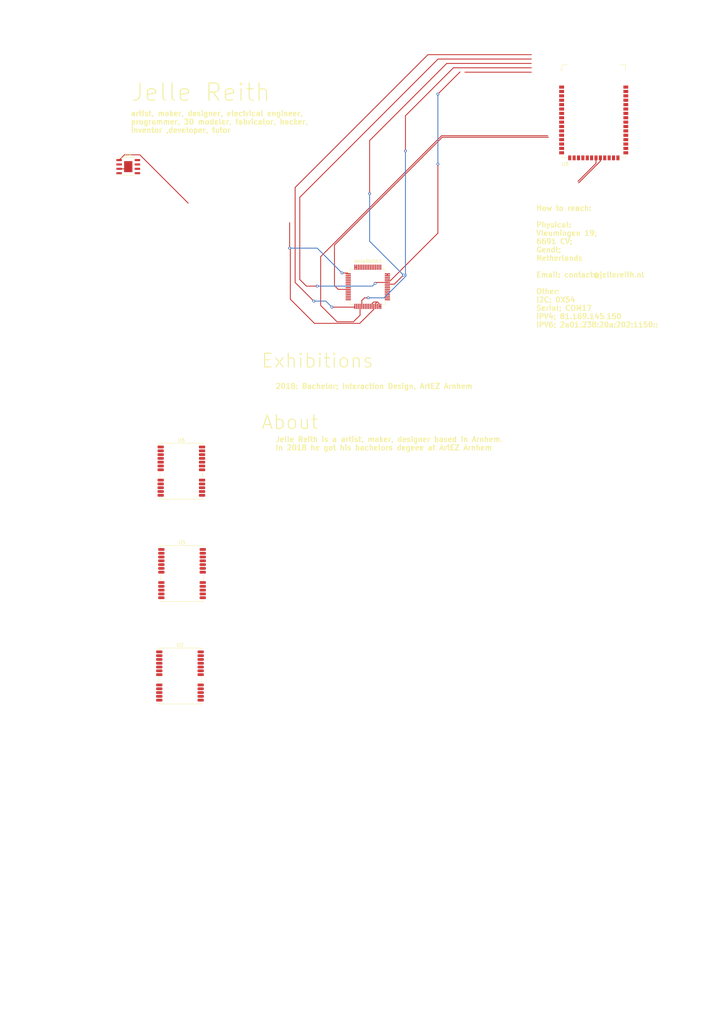
<source format=kicad_pcb>
(kicad_pcb (version 20221018) (generator pcbnew)
  (title_block (title "Curriculum Vitae") (date "2024-04-03") (rev "1.1") (company "Jelle Reith"))
  (layers (0 "F.Cu" signal) (31 "B.Cu" signal) (34 "B.Paste" user) (35 "F.Paste" user) (36 "B.SilkS" user "B.Silkscreen") (37 "F.SilkS" user "F.Silkscreen") (38 "B.Mask" user) (39 "F.Mask" user) (44 "Edge.Cuts" user))
  (net 0 "")
  (net 71 "VCC")
  (net 72 "Net-(JelleReith1-PC0)")
  (net 73 "Net-(JelleReith1-PC1)")
  (net 74 "Net-(JelleReith1-PC2)")
  (net 75 "Net-(JelleReith1-PA0)")
  (net 76 "Net-(JelleReith1-PA1)")
  (net 77 "Net-(JelleReith1-PA2)")
  (net 78 "GND")
  (net 79 "Net-(JelleReith1-PA3)")
  (net 80 "Net-(JelleReith1-PA4)")
  (net 81 "Net-(JelleReith1-PA5)")
  (net 82 "Net-(JelleReith1-PA6)")
  (net 83 "Net-(JelleReith1-PA7)")
  (net 84 "Net-(JelleReith1-PC4)")
  (net 85 "Net-(JelleReith1-PB0)")
  (net 86 "Net-(JelleReith1-PB1)")
  (net 87 "Net-(JelleReith1-PA8)")
  (net 88 "Net-(JelleReith1-PA9)")
  (net 89 "Net-(JelleReith1-PA10)")
  (net 90 "Net-(JelleReith1-PA12)")
  (net 91 "Net-(JelleReith1-PA13)")
  (net 92 "Net-(JelleReith1-PA14)")
  (net 93 "Net-(JelleReith1-PA15)")
  (net 94 "Net-(U2-TIMEPULSE)")
  (net 95 "Net-(U2-RF_IN)")
  (net 96 "Net-(U2-LNA_EN)")
  (net 97 "EN")
  (net 98 "VIN")
  (net 105 "Net-(U5-GND-Pad10)")
  (net 119 "Net-(U6-GND-Pad10)")
  (footprint "Package_QFP:LQFP-64_10x10mm_P0.5mm" (layer "F.Cu") (at 106.68 83.16)
    (fp_text reference "JelleReith1" (at 0 -7.4) (layer "F.SilkS"))
    (fp_text value "STM32G491RETx")
    (fp_line (start -5.11 -5.11) (end -5.11 -4.16) (stroke (width 0.12)) (layer "F.SilkS"))
    (fp_line (start -5.11 -4.16) (end -6.45 -4.16) (stroke (width 0.12)) (layer "F.SilkS"))
    (fp_line (start -5.11 5.11) (end -5.11 4.16) (stroke (width 0.12)) (layer "F.SilkS"))
    (fp_line (start -4.16 -5.11) (end -5.11 -5.11) (stroke (width 0.12)) (layer "F.SilkS"))
    (fp_line (start -4.16 5.11) (end -5.11 5.11) (stroke (width 0.12)) (layer "F.SilkS"))
    (fp_line (start 4.16 -5.11) (end 5.11 -5.11) (stroke (width 0.12)) (layer "F.SilkS"))
    (fp_line (start 4.16 5.11) (end 5.11 5.11) (stroke (width 0.12)) (layer "F.SilkS"))
    (fp_line (start 5.11 -5.11) (end 5.11 -4.16) (stroke (width 0.12)) (layer "F.SilkS"))
    (fp_line (start 5.11 5.11) (end 5.11 4.16) (stroke (width 0.12)) (layer "F.SilkS"))
    (pad "1" smd roundrect (at -5.675 -3.75) (size 1.55 0.3) (layers "F.Cu" "F.Paste" "F.Mask") (net 71 "VCC"))
    (pad "2" smd roundrect (at -5.675 -3.25) (size 1.55 0.3) (layers "F.Cu" "F.Paste" "F.Mask"))
    (pad "3" smd roundrect (at -5.675 -2.75) (size 1.55 0.3) (layers "F.Cu" "F.Paste" "F.Mask"))
    (pad "4" smd roundrect (at -5.675 -2.25) (size 1.55 0.3) (layers "F.Cu" "F.Paste" "F.Mask"))
    (pad "5" smd roundrect (at -5.675 -1.75) (size 1.55 0.3) (layers "F.Cu" "F.Paste" "F.Mask"))
    (pad "6" smd roundrect (at -5.675 -1.25) (size 1.55 0.3) (layers "F.Cu" "F.Paste" "F.Mask"))
    (pad "7" smd roundrect (at -5.675 -0.75) (size 1.55 0.3) (layers "F.Cu" "F.Paste" "F.Mask"))
    (pad "8" smd roundrect (at -5.675 -0.25) (size 1.55 0.3) (layers "F.Cu" "F.Paste" "F.Mask") (net 72 "Net-(JelleReith1-PC0)"))
    (pad "9" smd roundrect (at -5.675 0.25) (size 1.55 0.3) (layers "F.Cu" "F.Paste" "F.Mask") (net 73 "Net-(JelleReith1-PC1)"))
    (pad "10" smd roundrect (at -5.675 0.75) (size 1.55 0.3) (layers "F.Cu" "F.Paste" "F.Mask") (net 74 "Net-(JelleReith1-PC2)"))
    (pad "11" smd roundrect (at -5.675 1.25) (size 1.55 0.3) (layers "F.Cu" "F.Paste" "F.Mask"))
    (pad "12" smd roundrect (at -5.675 1.75) (size 1.55 0.3) (layers "F.Cu" "F.Paste" "F.Mask") (net 75 "Net-(JelleReith1-PA0)"))
    (pad "13" smd roundrect (at -5.675 2.25) (size 1.55 0.3) (layers "F.Cu" "F.Paste" "F.Mask") (net 76 "Net-(JelleReith1-PA1)"))
    (pad "14" smd roundrect (at -5.675 2.75) (size 1.55 0.3) (layers "F.Cu" "F.Paste" "F.Mask") (net 77 "Net-(JelleReith1-PA2)"))
    (pad "15" smd roundrect (at -5.675 3.25) (size 1.55 0.3) (layers "F.Cu" "F.Paste" "F.Mask") (net 78 "GND"))
    (pad "16" smd roundrect (at -5.675 3.75) (size 1.55 0.3) (layers "F.Cu" "F.Paste" "F.Mask") (net 78 "GND"))
    (pad "17" smd roundrect (at -3.75 5.675) (size 0.3 1.55) (layers "F.Cu" "F.Paste" "F.Mask") (net 79 "Net-(JelleReith1-PA3)"))
    (pad "18" smd roundrect (at -3.25 5.675) (size 0.3 1.55) (layers "F.Cu" "F.Paste" "F.Mask") (net 80 "Net-(JelleReith1-PA4)"))
    (pad "19" smd roundrect (at -2.75 5.675) (size 0.3 1.55) (layers "F.Cu" "F.Paste" "F.Mask") (net 81 "Net-(JelleReith1-PA5)"))
    (pad "20" smd roundrect (at -2.25 5.675) (size 0.3 1.55) (layers "F.Cu" "F.Paste" "F.Mask") (net 82 "Net-(JelleReith1-PA6)"))
    (pad "21" smd roundrect (at -1.75 5.675) (size 0.3 1.55) (layers "F.Cu" "F.Paste" "F.Mask") (net 83 "Net-(JelleReith1-PA7)"))
    (pad "22" smd roundrect (at -1.25 5.675) (size 0.3 1.55) (layers "F.Cu" "F.Paste" "F.Mask") (net 84 "Net-(JelleReith1-PC4)"))
    (pad "23" smd roundrect (at -0.75 5.675) (size 0.3 1.55) (layers "F.Cu" "F.Paste" "F.Mask"))
    (pad "24" smd roundrect (at -0.25 5.675) (size 0.3 1.55) (layers "F.Cu" "F.Paste" "F.Mask") (net 85 "Net-(JelleReith1-PB0)"))
    (pad "25" smd roundrect (at 0.25 5.675) (size 0.3 1.55) (layers "F.Cu" "F.Paste" "F.Mask") (net 86 "Net-(JelleReith1-PB1)"))
    (pad "26" smd roundrect (at 0.75 5.675) (size 0.3 1.55) (layers "F.Cu" "F.Paste" "F.Mask"))
    (pad "27" smd roundrect (at 1.25 5.675) (size 0.3 1.55) (layers "F.Cu" "F.Paste" "F.Mask") (net 78 "GND"))
    (pad "28" smd roundrect (at 1.75 5.675) (size 0.3 1.55) (layers "F.Cu" "F.Paste" "F.Mask") (net 71 "VCC"))
    (pad "29" smd roundrect (at 2.25 5.675) (size 0.3 1.55) (layers "F.Cu" "F.Paste" "F.Mask") (net 78 "GND"))
    (pad "30" smd roundrect (at 2.75 5.675) (size 0.3 1.55) (layers "F.Cu" "F.Paste" "F.Mask"))
    (pad "31" smd roundrect (at 3.25 5.675) (size 0.3 1.55) (layers "F.Cu" "F.Paste" "F.Mask") (net 78 "GND"))
    (pad "32" smd roundrect (at 3.75 5.675) (size 0.3 1.55) (layers "F.Cu" "F.Paste" "F.Mask") (net 78 "GND"))
    (pad "33" smd roundrect (at 5.675 3.75) (size 1.55 0.3) (layers "F.Cu" "F.Paste" "F.Mask"))
    (pad "34" smd roundrect (at 5.675 3.25) (size 1.55 0.3) (layers "F.Cu" "F.Paste" "F.Mask"))
    (pad "35" smd roundrect (at 5.675 2.75) (size 1.55 0.3) (layers "F.Cu" "F.Paste" "F.Mask"))
    (pad "36" smd roundrect (at 5.675 2.25) (size 1.55 0.3) (layers "F.Cu" "F.Paste" "F.Mask"))
    (pad "37" smd roundrect (at 5.675 1.75) (size 1.55 0.3) (layers "F.Cu" "F.Paste" "F.Mask"))
    (pad "38" smd roundrect (at 5.675 1.25) (size 1.55 0.3) (layers "F.Cu" "F.Paste" "F.Mask"))
    (pad "39" smd roundrect (at 5.675 0.75) (size 1.55 0.3) (layers "F.Cu" "F.Paste" "F.Mask"))
    (pad "40" smd roundrect (at 5.675 0.25) (size 1.55 0.3) (layers "F.Cu" "F.Paste" "F.Mask"))
    (pad "41" smd roundrect (at 5.675 -0.25) (size 1.55 0.3) (layers "F.Cu" "F.Paste" "F.Mask"))
    (pad "42" smd roundrect (at 5.675 -0.75) (size 1.55 0.3) (layers "F.Cu" "F.Paste" "F.Mask") (net 87 "Net-(JelleReith1-PA8)"))
    (pad "43" smd roundrect (at 5.675 -1.25) (size 1.55 0.3) (layers "F.Cu" "F.Paste" "F.Mask") (net 88 "Net-(JelleReith1-PA9)"))
    (pad "44" smd roundrect (at 5.675 -1.75) (size 1.55 0.3) (layers "F.Cu" "F.Paste" "F.Mask") (net 89 "Net-(JelleReith1-PA10)"))
    (pad "45" smd roundrect (at 5.675 -2.25) (size 1.55 0.3) (layers "F.Cu" "F.Paste" "F.Mask"))
    (pad "46" smd roundrect (at 5.675 -2.75) (size 1.55 0.3) (layers "F.Cu" "F.Paste" "F.Mask") (net 90 "Net-(JelleReith1-PA12)"))
    (pad "47" smd roundrect (at 5.675 -3.25) (size 1.55 0.3) (layers "F.Cu" "F.Paste" "F.Mask") (net 78 "GND"))
    (pad "48" smd roundrect (at 5.675 -3.75) (size 1.55 0.3) (layers "F.Cu" "F.Paste" "F.Mask") (net 78 "GND"))
    (pad "49" smd roundrect (at 3.75 -5.675) (size 0.3 1.55) (layers "F.Cu" "F.Paste" "F.Mask") (net 91 "Net-(JelleReith1-PA13)"))
    (pad "50" smd roundrect (at 3.25 -5.675) (size 0.3 1.55) (layers "F.Cu" "F.Paste" "F.Mask") (net 92 "Net-(JelleReith1-PA14)"))
    (pad "51" smd roundrect (at 2.75 -5.675) (size 0.3 1.55) (layers "F.Cu" "F.Paste" "F.Mask") (net 93 "Net-(JelleReith1-PA15)"))
    (pad "52" smd roundrect (at 2.25 -5.675) (size 0.3 1.55) (layers "F.Cu" "F.Paste" "F.Mask"))
    (pad "53" smd roundrect (at 1.75 -5.675) (size 0.3 1.55) (layers "F.Cu" "F.Paste" "F.Mask"))
    (pad "54" smd roundrect (at 1.25 -5.675) (size 0.3 1.55) (layers "F.Cu" "F.Paste" "F.Mask"))
    (pad "55" smd roundrect (at 0.75 -5.675) (size 0.3 1.55) (layers "F.Cu" "F.Paste" "F.Mask"))
    (pad "56" smd roundrect (at 0.25 -5.675) (size 0.3 1.55) (layers "F.Cu" "F.Paste" "F.Mask"))
    (pad "57" smd roundrect (at -0.25 -5.675) (size 0.3 1.55) (layers "F.Cu" "F.Paste" "F.Mask"))
    (pad "58" smd roundrect (at -0.75 -5.675) (size 0.3 1.55) (layers "F.Cu" "F.Paste" "F.Mask"))
    (pad "59" smd roundrect (at -1.25 -5.675) (size 0.3 1.55) (layers "F.Cu" "F.Paste" "F.Mask"))
    (pad "60" smd roundrect (at -1.75 -5.675) (size 0.3 1.55) (layers "F.Cu" "F.Paste" "F.Mask"))
    (pad "61" smd roundrect (at -2.25 -5.675) (size 0.3 1.55) (layers "F.Cu" "F.Paste" "F.Mask"))
    (pad "62" smd roundrect (at -2.75 -5.675) (size 0.3 1.55) (layers "F.Cu" "F.Paste" "F.Mask"))
    (pad "63" smd roundrect (at -3.25 -5.675) (size 0.3 1.55) (layers "F.Cu" "F.Paste" "F.Mask") (net 78 "GND"))
    (pad "64" smd roundrect (at -3.75 -5.675) (size 0.3 1.55) (layers "F.Cu" "F.Paste" "F.Mask") (net 78 "GND"))
  )
  (footprint "RF_GPS:ublox_NEO" (layer "F.Cu") (at 52.8 166.32)
    (fp_text reference "U5" (at 0 -9) (layer "F.SilkS"))
    (fp_text value "NEO-M8N")
    (fp_line (start -6.9 -7.66) (end -6.21 -7.66) (stroke (width 0.12)) (layer "F.SilkS"))
    (fp_line (start -6.21 -8.11) (end -6.21 -7.66) (stroke (width 0.12)) (layer "F.SilkS"))
    (fp_line (start -6.21 -8.11) (end 6.21 -8.11) (stroke (width 0.12)) (layer "F.SilkS"))
    (fp_line (start -6.21 0.26) (end -6.21 1.94) (stroke (width 0.12)) (layer "F.SilkS"))
    (fp_line (start -6.21 7.66) (end -6.21 8.11) (stroke (width 0.12)) (layer "F.SilkS"))
    (fp_line (start -6.21 8.11) (end 6.21 8.11) (stroke (width 0.12)) (layer "F.SilkS"))
    (fp_line (start 6.21 -8.11) (end 6.21 -7.66) (stroke (width 0.12)) (layer "F.SilkS"))
    (fp_line (start 6.21 0.26) (end 6.21 1.94) (stroke (width 0.12)) (layer "F.SilkS"))
    (fp_line (start 6.21 7.66) (end 6.21 8.1) (stroke (width 0.12)) (layer "F.SilkS"))
    (pad "1" smd roundrect (at -6 -7) (size 1.8 0.8) (layers "F.Cu" "F.Paste" "F.Mask"))
    (pad "2" smd roundrect (at -6 -5.9) (size 1.8 0.8) (layers "F.Cu" "F.Paste" "F.Mask"))
    (pad "3" smd roundrect (at -6 -4.8) (size 1.8 0.8) (layers "F.Cu" "F.Paste" "F.Mask") (net 94 "Net-(U2-TIMEPULSE)"))
    (pad "4" smd roundrect (at -6 -3.7) (size 1.8 0.8) (layers "F.Cu" "F.Paste" "F.Mask"))
    (pad "5" smd roundrect (at -6 -2.6) (size 1.8 0.8) (layers "F.Cu" "F.Paste" "F.Mask") (net 75 "Net-(JelleReith1-PA0)"))
    (pad "6" smd roundrect (at -6 -1.5) (size 1.8 0.8) (layers "F.Cu" "F.Paste" "F.Mask") (net 76 "Net-(JelleReith1-PA1)"))
    (pad "7" smd roundrect (at -6 -0.4) (size 1.8 0.8) (layers "F.Cu" "F.Paste" "F.Mask"))
    (pad "8" smd roundrect (at -6 2.6) (size 1.8 0.8) (layers "F.Cu" "F.Paste" "F.Mask"))
    (pad "9" smd roundrect (at -6 3.7) (size 1.8 0.8) (layers "F.Cu" "F.Paste" "F.Mask"))
    (pad "10" smd roundrect (at -6 4.8) (size 1.8 0.8) (layers "F.Cu" "F.Paste" "F.Mask") (net 105 "Net-(U5-GND-Pad10)"))
    (pad "11" smd roundrect (at -6 5.9) (size 1.8 0.8) (layers "F.Cu" "F.Paste" "F.Mask") (net 95 "Net-(U2-RF_IN)"))
    (pad "12" smd roundrect (at -6 7) (size 1.8 0.8) (layers "F.Cu" "F.Paste" "F.Mask") (net 105 "Net-(U5-GND-Pad10)"))
    (pad "13" smd roundrect (at 6 7) (size 1.8 0.8) (layers "F.Cu" "F.Paste" "F.Mask") (net 105 "Net-(U5-GND-Pad10)"))
    (pad "14" smd roundrect (at 6 5.9) (size 1.8 0.8) (layers "F.Cu" "F.Paste" "F.Mask") (net 96 "Net-(U2-LNA_EN)"))
    (pad "15" smd roundrect (at 6 4.8) (size 1.8 0.8) (layers "F.Cu" "F.Paste" "F.Mask"))
    (pad "16" smd roundrect (at 6 3.7) (size 1.8 0.8) (layers "F.Cu" "F.Paste" "F.Mask"))
    (pad "17" smd roundrect (at 6 2.6) (size 1.8 0.8) (layers "F.Cu" "F.Paste" "F.Mask"))
    (pad "18" smd roundrect (at 6 -0.4) (size 1.8 0.8) (layers "F.Cu" "F.Paste" "F.Mask") (net 79 "Net-(JelleReith1-PA3)"))
    (pad "19" smd roundrect (at 6 -1.5) (size 1.8 0.8) (layers "F.Cu" "F.Paste" "F.Mask"))
    (pad "20" smd roundrect (at 6 -2.6) (size 1.8 0.8) (layers "F.Cu" "F.Paste" "F.Mask") (net 77 "Net-(JelleReith1-PA2)"))
    (pad "21" smd roundrect (at 6 -3.7) (size 1.8 0.8) (layers "F.Cu" "F.Paste" "F.Mask"))
    (pad "22" smd roundrect (at 6 -4.8) (size 1.8 0.8) (layers "F.Cu" "F.Paste" "F.Mask"))
    (pad "23" smd roundrect (at 6 -5.9) (size 1.8 0.8) (layers "F.Cu" "F.Paste" "F.Mask"))
    (pad "24" smd roundrect (at 6 -7) (size 1.8 0.8) (layers "F.Cu" "F.Paste" "F.Mask") (net 105 "Net-(U5-GND-Pad10)"))
  )
  (footprint "RF_GPS:ublox_NEO" (layer "F.Cu") (at 52.2 196.02)
    (fp_text reference "U2" (at 0 -9) (layer "F.SilkS"))
    (fp_text value "NEO-M8N")
    (fp_line (start -6.9 -7.66) (end -6.21 -7.66) (stroke (width 0.12)) (layer "F.SilkS"))
    (fp_line (start -6.21 -8.11) (end -6.21 -7.66) (stroke (width 0.12)) (layer "F.SilkS"))
    (fp_line (start -6.21 -8.11) (end 6.21 -8.11) (stroke (width 0.12)) (layer "F.SilkS"))
    (fp_line (start -6.21 0.26) (end -6.21 1.94) (stroke (width 0.12)) (layer "F.SilkS"))
    (fp_line (start -6.21 7.66) (end -6.21 8.11) (stroke (width 0.12)) (layer "F.SilkS"))
    (fp_line (start -6.21 8.11) (end 6.21 8.11) (stroke (width 0.12)) (layer "F.SilkS"))
    (fp_line (start 6.21 -8.11) (end 6.21 -7.66) (stroke (width 0.12)) (layer "F.SilkS"))
    (fp_line (start 6.21 0.26) (end 6.21 1.94) (stroke (width 0.12)) (layer "F.SilkS"))
    (fp_line (start 6.21 7.66) (end 6.21 8.1) (stroke (width 0.12)) (layer "F.SilkS"))
    (pad "1" smd roundrect (at -6 -7) (size 1.8 0.8) (layers "F.Cu" "F.Paste" "F.Mask"))
    (pad "2" smd roundrect (at -6 -5.9) (size 1.8 0.8) (layers "F.Cu" "F.Paste" "F.Mask"))
    (pad "3" smd roundrect (at -6 -4.8) (size 1.8 0.8) (layers "F.Cu" "F.Paste" "F.Mask") (net 94 "Net-(U2-TIMEPULSE)"))
    (pad "4" smd roundrect (at -6 -3.7) (size 1.8 0.8) (layers "F.Cu" "F.Paste" "F.Mask"))
    (pad "5" smd roundrect (at -6 -2.6) (size 1.8 0.8) (layers "F.Cu" "F.Paste" "F.Mask") (net 75 "Net-(JelleReith1-PA0)"))
    (pad "6" smd roundrect (at -6 -1.5) (size 1.8 0.8) (layers "F.Cu" "F.Paste" "F.Mask") (net 76 "Net-(JelleReith1-PA1)"))
    (pad "7" smd roundrect (at -6 -0.4) (size 1.8 0.8) (layers "F.Cu" "F.Paste" "F.Mask"))
    (pad "8" smd roundrect (at -6 2.6) (size 1.8 0.8) (layers "F.Cu" "F.Paste" "F.Mask"))
    (pad "9" smd roundrect (at -6 3.7) (size 1.8 0.8) (layers "F.Cu" "F.Paste" "F.Mask"))
    (pad "10" smd roundrect (at -6 4.8) (size 1.8 0.8) (layers "F.Cu" "F.Paste" "F.Mask") (net 78 "GND"))
    (pad "11" smd roundrect (at -6 5.9) (size 1.8 0.8) (layers "F.Cu" "F.Paste" "F.Mask") (net 95 "Net-(U2-RF_IN)"))
    (pad "12" smd roundrect (at -6 7) (size 1.8 0.8) (layers "F.Cu" "F.Paste" "F.Mask") (net 78 "GND"))
    (pad "13" smd roundrect (at 6 7) (size 1.8 0.8) (layers "F.Cu" "F.Paste" "F.Mask") (net 78 "GND"))
    (pad "14" smd roundrect (at 6 5.9) (size 1.8 0.8) (layers "F.Cu" "F.Paste" "F.Mask") (net 96 "Net-(U2-LNA_EN)"))
    (pad "15" smd roundrect (at 6 4.8) (size 1.8 0.8) (layers "F.Cu" "F.Paste" "F.Mask"))
    (pad "16" smd roundrect (at 6 3.7) (size 1.8 0.8) (layers "F.Cu" "F.Paste" "F.Mask"))
    (pad "17" smd roundrect (at 6 2.6) (size 1.8 0.8) (layers "F.Cu" "F.Paste" "F.Mask"))
    (pad "18" smd roundrect (at 6 -0.4) (size 1.8 0.8) (layers "F.Cu" "F.Paste" "F.Mask"))
    (pad "19" smd roundrect (at 6 -1.5) (size 1.8 0.8) (layers "F.Cu" "F.Paste" "F.Mask"))
    (pad "20" smd roundrect (at 6 -2.6) (size 1.8 0.8) (layers "F.Cu" "F.Paste" "F.Mask") (net 77 "Net-(JelleReith1-PA2)"))
    (pad "21" smd roundrect (at 6 -3.7) (size 1.8 0.8) (layers "F.Cu" "F.Paste" "F.Mask"))
    (pad "22" smd roundrect (at 6 -4.8) (size 1.8 0.8) (layers "F.Cu" "F.Paste" "F.Mask"))
    (pad "23" smd roundrect (at 6 -5.9) (size 1.8 0.8) (layers "F.Cu" "F.Paste" "F.Mask"))
    (pad "24" smd roundrect (at 6 -7) (size 1.8 0.8) (layers "F.Cu" "F.Paste" "F.Mask") (net 78 "GND"))
  )
  (footprint "RF_GPS:ublox_NEO" (layer "F.Cu") (at 52.6 136.62)
    (fp_text reference "U6" (at 0 -9) (layer "F.SilkS"))
    (fp_text value "NEO-M8N")
    (fp_line (start -6.9 -7.66) (end -6.21 -7.66) (stroke (width 0.12)) (layer "F.SilkS"))
    (fp_line (start -6.21 -8.11) (end -6.21 -7.66) (stroke (width 0.12)) (layer "F.SilkS"))
    (fp_line (start -6.21 -8.11) (end 6.21 -8.11) (stroke (width 0.12)) (layer "F.SilkS"))
    (fp_line (start -6.21 0.26) (end -6.21 1.94) (stroke (width 0.12)) (layer "F.SilkS"))
    (fp_line (start -6.21 7.66) (end -6.21 8.11) (stroke (width 0.12)) (layer "F.SilkS"))
    (fp_line (start -6.21 8.11) (end 6.21 8.11) (stroke (width 0.12)) (layer "F.SilkS"))
    (fp_line (start 6.21 -8.11) (end 6.21 -7.66) (stroke (width 0.12)) (layer "F.SilkS"))
    (fp_line (start 6.21 0.26) (end 6.21 1.94) (stroke (width 0.12)) (layer "F.SilkS"))
    (fp_line (start 6.21 7.66) (end 6.21 8.1) (stroke (width 0.12)) (layer "F.SilkS"))
    (pad "1" smd roundrect (at -6 -7) (size 1.8 0.8) (layers "F.Cu" "F.Paste" "F.Mask"))
    (pad "2" smd roundrect (at -6 -5.9) (size 1.8 0.8) (layers "F.Cu" "F.Paste" "F.Mask"))
    (pad "3" smd roundrect (at -6 -4.8) (size 1.8 0.8) (layers "F.Cu" "F.Paste" "F.Mask") (net 94 "Net-(U2-TIMEPULSE)"))
    (pad "4" smd roundrect (at -6 -3.7) (size 1.8 0.8) (layers "F.Cu" "F.Paste" "F.Mask"))
    (pad "5" smd roundrect (at -6 -2.6) (size 1.8 0.8) (layers "F.Cu" "F.Paste" "F.Mask") (net 75 "Net-(JelleReith1-PA0)"))
    (pad "6" smd roundrect (at -6 -1.5) (size 1.8 0.8) (layers "F.Cu" "F.Paste" "F.Mask") (net 76 "Net-(JelleReith1-PA1)"))
    (pad "7" smd roundrect (at -6 -0.4) (size 1.8 0.8) (layers "F.Cu" "F.Paste" "F.Mask"))
    (pad "8" smd roundrect (at -6 2.6) (size 1.8 0.8) (layers "F.Cu" "F.Paste" "F.Mask"))
    (pad "9" smd roundrect (at -6 3.7) (size 1.8 0.8) (layers "F.Cu" "F.Paste" "F.Mask"))
    (pad "10" smd roundrect (at -6 4.8) (size 1.8 0.8) (layers "F.Cu" "F.Paste" "F.Mask") (net 119 "Net-(U6-GND-Pad10)"))
    (pad "11" smd roundrect (at -6 5.9) (size 1.8 0.8) (layers "F.Cu" "F.Paste" "F.Mask") (net 95 "Net-(U2-RF_IN)"))
    (pad "12" smd roundrect (at -6 7) (size 1.8 0.8) (layers "F.Cu" "F.Paste" "F.Mask") (net 119 "Net-(U6-GND-Pad10)"))
    (pad "13" smd roundrect (at 6 7) (size 1.8 0.8) (layers "F.Cu" "F.Paste" "F.Mask") (net 119 "Net-(U6-GND-Pad10)"))
    (pad "14" smd roundrect (at 6 5.9) (size 1.8 0.8) (layers "F.Cu" "F.Paste" "F.Mask") (net 96 "Net-(U2-LNA_EN)"))
    (pad "15" smd roundrect (at 6 4.8) (size 1.8 0.8) (layers "F.Cu" "F.Paste" "F.Mask"))
    (pad "16" smd roundrect (at 6 3.7) (size 1.8 0.8) (layers "F.Cu" "F.Paste" "F.Mask"))
    (pad "17" smd roundrect (at 6 2.6) (size 1.8 0.8) (layers "F.Cu" "F.Paste" "F.Mask"))
    (pad "18" smd roundrect (at 6 -0.4) (size 1.8 0.8) (layers "F.Cu" "F.Paste" "F.Mask"))
    (pad "19" smd roundrect (at 6 -1.5) (size 1.8 0.8) (layers "F.Cu" "F.Paste" "F.Mask"))
    (pad "20" smd roundrect (at 6 -2.6) (size 1.8 0.8) (layers "F.Cu" "F.Paste" "F.Mask") (net 77 "Net-(JelleReith1-PA2)"))
    (pad "21" smd roundrect (at 6 -3.7) (size 1.8 0.8) (layers "F.Cu" "F.Paste" "F.Mask") (net 79 "Net-(JelleReith1-PA3)"))
    (pad "22" smd roundrect (at 6 -4.8) (size 1.8 0.8) (layers "F.Cu" "F.Paste" "F.Mask"))
    (pad "23" smd roundrect (at 6 -5.9) (size 1.8 0.8) (layers "F.Cu" "F.Paste" "F.Mask"))
    (pad "24" smd roundrect (at 6 -7) (size 1.8 0.8) (layers "F.Cu" "F.Paste" "F.Mask") (net 119 "Net-(U6-GND-Pad10)"))
  )
  (footprint "Package_SO:HTSOP-8-1EP_3.9x4.9mm_P1.27mm_EP2.4x3.2mm" (layer "F.Cu") (at 37.2 48.32)
    (fp_text reference "U4" (at 0 -3.4) (layer "F.SilkS"))
    (fp_text value "BD90FC0WEFJ")
    (fp_line (start 0 -2.56) (end -3.45 -2.56) (stroke (width 0.12)) (layer "F.SilkS"))
    (fp_line (start 0 -2.56) (end 1.95 -2.56) (stroke (width 0.12)) (layer "F.SilkS"))
    (fp_line (start 0 2.56) (end -1.95 2.56) (stroke (width 0.12)) (layer "F.SilkS"))
    (fp_line (start 0 2.56) (end 1.95 2.56) (stroke (width 0.12)) (layer "F.SilkS"))
    (pad "1" smd roundrect (at -2.65 -1.905) (size 1.6 0.6) (layers "F.Cu" "F.Paste" "F.Mask") (net 71 "VCC"))
    (pad "2" smd roundrect (at -2.65 -0.635) (size 1.6 0.6) (layers "F.Cu" "F.Paste" "F.Mask"))
    (pad "3" smd roundrect (at -2.65 0.635) (size 1.6 0.6) (layers "F.Cu" "F.Paste" "F.Mask") (net 78 "GND"))
    (pad "4" smd roundrect (at -2.65 1.905) (size 1.6 0.6) (layers "F.Cu" "F.Paste" "F.Mask"))
    (pad "5" smd roundrect (at 2.65 1.905) (size 1.6 0.6) (layers "F.Cu" "F.Paste" "F.Mask") (net 97 "EN"))
    (pad "6" smd roundrect (at 2.65 0.635) (size 1.6 0.6) (layers "F.Cu" "F.Paste" "F.Mask"))
    (pad "7" smd roundrect (at 2.65 -0.635) (size 1.6 0.6) (layers "F.Cu" "F.Paste" "F.Mask"))
    (pad "8" smd roundrect (at 2.65 -1.905) (size 1.6 0.6) (layers "F.Cu" "F.Paste" "F.Mask") (net 98 "VIN"))
    (pad "9" smd rect (at 0 0) (size 2.4 3.2) (layers "F.Cu" "F.Mask") (net 78 "GND"))
  )
  (footprint "RF_WiFi:USR-C322" (layer "F.Cu") (at 172.2 35.64)
    (fp_text reference "U3" (at -8.34 11.955) (layer "F.SilkS"))
    (fp_text value "USR-C322")
    (fp_line (start -9.23 -16.84) (end -9.23 -15.235) (stroke (width 0.12)) (layer "F.SilkS"))
    (fp_line (start -9.23 -15.235) (end -9.92 -15.235) (stroke (width 0.12)) (layer "F.SilkS"))
    (fp_line (start -9.23 9.555) (end -9.23 10.05) (stroke (width 0.12)) (layer "F.SilkS"))
    (fp_line (start -9.23 10.05) (end -7.63 10.05) (stroke (width 0.12)) (layer "F.SilkS"))
    (fp_line (start -7.63 -16.84) (end -9.23 -16.84) (stroke (width 0.12)) (layer "F.SilkS"))
    (fp_line (start 7.63 10.05) (end 9.23 10.05) (stroke (width 0.12)) (layer "F.SilkS"))
    (fp_line (start 9.23 -16.84) (end 7.63 -16.84) (stroke (width 0.12)) (layer "F.SilkS"))
    (fp_line (start 9.23 -16.835) (end 9.23 -15.235) (stroke (width 0.12)) (layer "F.SilkS"))
    (fp_line (start 9.23 10.045) (end 9.23 9.545) (stroke (width 0.12)) (layer "F.SilkS"))
    (pad "1" smd rect (at -9.31 -10.385) (size 1.4 0.9) (layers "F.Cu" "F.Paste" "F.Mask") (net 78 "GND"))
    (pad "2" smd rect (at -9.31 -9.115) (size 1.4 0.9) (layers "F.Cu" "F.Paste" "F.Mask"))
    (pad "3" smd rect (at -9.31 -7.845) (size 1.4 0.9) (layers "F.Cu" "F.Paste" "F.Mask"))
    (pad "4" smd rect (at -9.31 -6.575) (size 1.4 0.9) (layers "F.Cu" "F.Paste" "F.Mask") (net 79 "Net-(JelleReith1-PA3)"))
    (pad "5" smd rect (at -9.31 -5.305) (size 1.4 0.9) (layers "F.Cu" "F.Paste" "F.Mask") (net 88 "Net-(JelleReith1-PA9)"))
    (pad "6" smd rect (at -9.31 -4.035) (size 1.4 0.9) (layers "F.Cu" "F.Paste" "F.Mask") (net 87 "Net-(JelleReith1-PA8)"))
    (pad "7" smd rect (at -9.31 -2.765) (size 1.4 0.9) (layers "F.Cu" "F.Paste" "F.Mask") (net 83 "Net-(JelleReith1-PA7)"))
    (pad "8" smd rect (at -9.31 -1.495) (size 1.4 0.9) (layers "F.Cu" "F.Paste" "F.Mask") (net 89 "Net-(JelleReith1-PA10)"))
    (pad "9" smd rect (at -9.31 -0.225) (size 1.4 0.9) (layers "F.Cu" "F.Paste" "F.Mask"))
    (pad "10" smd rect (at -9.31 1.045) (size 1.4 0.9) (layers "F.Cu" "F.Paste" "F.Mask"))
    (pad "11" smd rect (at -9.31 2.315) (size 1.4 0.9) (layers "F.Cu" "F.Paste" "F.Mask") (net 78 "GND"))
    (pad "12" smd rect (at -9.31 3.585) (size 1.4 0.9) (layers "F.Cu" "F.Paste" "F.Mask") (net 78 "GND"))
    (pad "13" smd rect (at -9.31 4.855) (size 1.4 0.9) (layers "F.Cu" "F.Paste" "F.Mask"))
    (pad "14" smd rect (at -9.31 6.125) (size 1.4 0.9) (layers "F.Cu" "F.Paste" "F.Mask"))
    (pad "15" smd rect (at -9.31 7.395) (size 1.4 0.9) (layers "F.Cu" "F.Paste" "F.Mask"))
    (pad "16" smd rect (at -9.31 8.665) (size 1.4 0.9) (layers "F.Cu" "F.Paste" "F.Mask"))
    (pad "17" smd rect (at -6.96 10.135 90) (size 1.4 0.9) (layers "F.Cu" "F.Paste" "F.Mask") (net 78 "GND"))
    (pad "18" smd rect (at -5.69 10.135 90) (size 1.4 0.9) (layers "F.Cu" "F.Paste" "F.Mask"))
    (pad "19" smd rect (at -4.42 10.135 90) (size 1.4 0.9) (layers "F.Cu" "F.Paste" "F.Mask") (net 72 "Net-(JelleReith1-PC0)"))
    (pad "20" smd rect (at -3.15 10.135 90) (size 1.4 0.9) (layers "F.Cu" "F.Paste" "F.Mask") (net 73 "Net-(JelleReith1-PC1)"))
    (pad "21" smd rect (at -1.88 10.135 90) (size 1.4 0.9) (layers "F.Cu" "F.Paste" "F.Mask") (net 80 "Net-(JelleReith1-PA4)"))
    (pad "22" smd rect (at -0.61 10.135 90) (size 1.4 0.9) (layers "F.Cu" "F.Paste" "F.Mask") (net 81 "Net-(JelleReith1-PA5)"))
    (pad "23" smd rect (at 0.66 10.135 90) (size 1.4 0.9) (layers "F.Cu" "F.Paste" "F.Mask") (net 82 "Net-(JelleReith1-PA6)"))
    (pad "24" smd rect (at 1.93 10.135 90) (size 1.4 0.9) (layers "F.Cu" "F.Paste" "F.Mask") (net 74 "Net-(JelleReith1-PC2)"))
    (pad "25" smd rect (at 3.2 10.135 90) (size 1.4 0.9) (layers "F.Cu" "F.Paste" "F.Mask") (net 84 "Net-(JelleReith1-PC4)"))
    (pad "26" smd rect (at 4.47 10.135 90) (size 1.4 0.9) (layers "F.Cu" "F.Paste" "F.Mask"))
    (pad "27" smd rect (at 5.74 10.135 90) (size 1.4 0.9) (layers "F.Cu" "F.Paste" "F.Mask"))
    (pad "28" smd rect (at 7.01 10.135 90) (size 1.4 0.9) (layers "F.Cu" "F.Paste" "F.Mask") (net 78 "GND"))
    (pad "29" smd rect (at 9.31 8.665) (size 1.4 0.9) (layers "F.Cu" "F.Paste" "F.Mask") (net 78 "GND"))
    (pad "30" smd rect (at 9.31 7.395) (size 1.4 0.9) (layers "F.Cu" "F.Paste" "F.Mask"))
    (pad "31" smd rect (at 9.31 6.125) (size 1.4 0.9) (layers "F.Cu" "F.Paste" "F.Mask"))
    (pad "32" smd rect (at 9.31 4.855) (size 1.4 0.9) (layers "F.Cu" "F.Paste" "F.Mask"))
    (pad "33" smd rect (at 9.31 3.585) (size 1.4 0.9) (layers "F.Cu" "F.Paste" "F.Mask"))
    (pad "34" smd rect (at 9.31 2.315) (size 1.4 0.9) (layers "F.Cu" "F.Paste" "F.Mask"))
    (pad "35" smd rect (at 9.31 1.045) (size 1.4 0.9) (layers "F.Cu" "F.Paste" "F.Mask"))
    (pad "36" smd rect (at 9.31 -0.225) (size 1.4 0.9) (layers "F.Cu" "F.Paste" "F.Mask") (net 94 "Net-(U2-TIMEPULSE)"))
    (pad "37" smd rect (at 9.31 -1.495) (size 1.4 0.9) (layers "F.Cu" "F.Paste" "F.Mask") (net 96 "Net-(U2-LNA_EN)"))
    (pad "38" smd rect (at 9.31 -2.765) (size 1.4 0.9) (layers "F.Cu" "F.Paste" "F.Mask") (net 95 "Net-(U2-RF_IN)"))
    (pad "39" smd rect (at 9.31 -4.035) (size 1.4 0.9) (layers "F.Cu" "F.Paste" "F.Mask"))
    (pad "40" smd rect (at 9.31 -5.305) (size 1.4 0.9) (layers "F.Cu" "F.Paste" "F.Mask"))
    (pad "41" smd rect (at 9.31 -6.575) (size 1.4 0.9) (layers "F.Cu" "F.Paste" "F.Mask") (net 95 "Net-(U2-RF_IN)"))
    (pad "42" smd rect (at 9.31 -7.845) (size 1.4 0.9) (layers "F.Cu" "F.Paste" "F.Mask"))
    (pad "43" smd rect (at 9.31 -9.115) (size 1.4 0.9) (layers "F.Cu" "F.Paste" "F.Mask"))
    (pad "44" smd rect (at 9.31 -10.385) (size 1.4 0.9) (layers "F.Cu" "F.Paste" "F.Mask") (net 78 "GND"))
  )
  (gr_text "About" (at 75.6 124.74) (layer "F.SilkS") (effects (font (size 4 4) (thickness 0.3)) (justify left bottom)))
  (gr_text "How to reach:\n\nPhysical: \nVleumingen 19;\n6691 CV;\nGendt;\nNetherlands\n\nEmail: contact@jellereith.nl\n\nOther:\nI2C; 0X54\nSerial; COM17\nIPV4; 81.169.145.150\nIPV6; 2a01:238:20a:202:1150::" (at 155.4 95.04) (layer "F.SilkS") (effects (font (size 1.5 1.5) (thickness 0.3) bold) (justify left bottom)))
  (gr_text "Jelle Reith is a artist, maker, designer based in Arnhem. \nIn 2018 he got his bachelors degeee at ArtEZ Arnhem" (at 79.8 130.68) (layer "F.SilkS") (effects (font (size 1.5 1.5) (thickness 0.3) bold) (justify left bottom)))
  (gr_text "artist, maker, designer, electrical engineer, \nprogrammer, 3D modeler, fabricator, hacker,\ninventor ,developer, tutor" (at 37.8 38.61) (layer "F.SilkS") (effects (font (size 1.5 1.5) (thickness 0.3) bold) (justify left bottom)))
  (gr_text "2018: Bachelor; Interaction Design, ArtEZ Arnhem\n" (at 79.8 112.86) (layer "F.SilkS") (effects (font (size 1.5 1.5) (thickness 0.3) bold) (justify left bottom)))
  (gr_text "Jelle Reith" (at 37.8 29.7) (layer "F.SilkS") (effects (font (size 5 5) (thickness 0.3)) (justify left bottom)))
  (gr_text "Exhibitions" (at 75.6 106.92) (layer "F.SilkS") (effects (font (size 4 4) (thickness 0.3)) (justify left bottom)))
  (segment (start 40.56 44.895) (end 54.56 58.895) (width 0.25) (layer "F.Cu") (net 71))
  (segment (start 84.2 72.16) (end 84 71.96) (width 0.25) (layer "F.Cu") (net 71))
  (segment (start 104.347764 93.76) (end 91.2 93.76) (width 0.25) (layer "F.Cu") (net 71))
  (segment (start 84.2 86.76) (end 84.2 72.16) (width 0.25) (layer "F.Cu") (net 71))
  (segment (start 99.2 79.16) (end 100.755 79.16) (width 0.25) (layer "F.Cu") (net 71))
  (segment (start 84 64.56) (end 84 71.96) (width 0.25) (layer "F.Cu") (net 71))
  (segment (start 36.07 44.895) (end 40.56 44.895) (width 0.25) (layer "F.Cu") (net 71))
  (segment (start 100.755 79.16) (end 101.005 79.41) (width 0.25) (layer "F.Cu") (net 71))
  (segment (start 108.43 88.835) (end 108.43 89.677764) (width 0.25) (layer "F.Cu") (net 71))
  (segment (start 91.2 93.76) (end 84.2 86.76) (width 0.25) (layer "F.Cu") (net 71))
  (segment (start 34.55 46.415) (end 36.07 44.895) (width 0.25) (layer "F.Cu") (net 71))
  (segment (start 108.43 89.677764) (end 104.347764 93.76) (width 0.25) (layer "F.Cu") (net 71))
  (via (at 99.2 79.16) (size 0.8) (drill 0.4) (layers "F.Cu" "B.Cu") (net 71))
  (via (at 84 71.96) (size 0.8) (drill 0.4) (layers "F.Cu" "B.Cu") (net 71))
  (segment (start 92 71.96) (end 99.2 79.16) (width 0.25) (layer "B.Cu") (net 71))
  (segment (start 84 71.96) (end 92 71.96) (width 0.25) (layer "B.Cu") (net 71))
  (segment (start 101.005 83.91) (end 98.1 83.91) (width 0.25) (layer "F.Cu") (net 74))
  (segment (start 98.1 83.91) (end 97 82.81) (width 0.25) (layer "F.Cu") (net 74))
  (segment (start 97 82.81) (end 97 71.06) (width 0.25) (layer "F.Cu") (net 74))
  (segment (start 174.13 46.725) (end 174.13 45.775) (width 0.25) (layer "F.Cu") (net 74))
  (segment (start 167.83 53.025) (end 174.13 46.725) (width 0.25) (layer "F.Cu") (net 74))
  (segment (start 128.25 39.81) (end 159.04 39.81) (width 0.25) (layer "F.Cu") (net 74))
  (segment (start 97 71.06) (end 128.25 39.81) (width 0.25) (layer "F.Cu") (net 74))
  (segment (start 102.93 77.485) (end 103.43 77.485) (width 0.25) (layer "F.Cu") (net 78))
  (segment (start 108.93 88.835) (end 108.93 87.992236) (width 0.25) (layer "F.Cu") (net 78))
  (segment (start 108.93 87.992236) (end 109.362236 87.56) (width 0.25) (layer "F.Cu") (net 78))
  (segment (start 108.362236 87.56) (end 109.362236 87.56) (width 0.25) (layer "F.Cu") (net 78))
  (segment (start 34.55 48.955) (end 36.565 48.955) (width 0.25) (layer "F.Cu") (net 78))
  (segment (start 109.93 87.99) (end 109.93 88.835) (width 0.25) (layer "F.Cu") (net 78))
  (segment (start 109.362236 87.56) (end 109.5 87.56) (width 0.25) (layer "F.Cu") (net 78))
  (segment (start 36.565 48.955) (end 37.2 48.32) (width 0.25) (layer "F.Cu") (net 78))
  (segment (start 107.93 88.835) (end 107.93 87.992236) (width 0.25) (layer "F.Cu") (net 78))
  (segment (start 112.355 79.41) (end 112.355 79.91) (width 0.25) (layer "F.Cu") (net 78))
  (segment (start 109.5 87.56) (end 109.93 87.99) (width 0.25) (layer "F.Cu") (net 78))
  (segment (start 107.93 87.992236) (end 108.362236 87.56) (width 0.25) (layer "F.Cu") (net 78))
  (segment (start 110.43 88.835) (end 109.93 88.835) (width 0.25) (layer "F.Cu") (net 78))
  (segment (start 85.6 54.36) (end 85.6 81.91) (width 0.25) (layer "F.Cu") (net 79))
  (segment (start 102.705 89.06) (end 102.93 88.835) (width 0.25) (layer "F.Cu") (net 79))
  (segment (start 96.25 89.06) (end 102.705 89.06) (width 0.25) (layer "F.Cu") (net 79))
  (segment (start 154.1 15.85) (end 124.11 15.85) (width 0.25) (layer "F.Cu") (net 79))
  (segment (start 85.6 81.91) (end 91 87.31) (width 0.25) (layer "F.Cu") (net 79))
  (segment (start 124.11 15.85) (end 85.6 54.36) (width 0.25) (layer "F.Cu") (net 79))
  (via (at 96.25 89.06) (size 0.8) (drill 0.4) (layers "F.Cu" "B.Cu") (net 79))
  (via (at 91 87.31) (size 0.8) (drill 0.4) (layers "F.Cu" "B.Cu") (net 79))
  (segment (start 91 87.31) (end 94.5 87.31) (width 0.25) (layer "B.Cu") (net 79))
  (segment (start 94.5 87.31) (end 96.25 89.06) (width 0.25) (layer "B.Cu") (net 79))
  (segment (start 104.43 91.38) (end 104.43 88.835) (width 0.25) (layer "F.Cu") (net 82))
  (segment (start 172.86 45.775) (end 172.86 47.358604) (width 0.25) (layer "F.Cu") (net 82))
  (segment (start 128.063604 39.36) (end 93 74.423604) (width 0.25) (layer "F.Cu") (net 82))
  (segment (start 172.86 47.358604) (end 167.643604 52.575) (width 0.25) (layer "F.Cu") (net 82))
  (segment (start 102.5 93.31) (end 104.43 91.38) (width 0.25) (layer "F.Cu") (net 82))
  (segment (start 93 88.56) (end 97.75 93.31) (width 0.25) (layer "F.Cu") (net 82))
  (segment (start 97.75 93.31) (end 102.5 93.31) (width 0.25) (layer "F.Cu") (net 82))
  (segment (start 158.853604 39.36) (end 128.063604 39.36) (width 0.25) (layer "F.Cu") (net 82))
  (segment (start 93 74.423604) (end 93 88.56) (width 0.25) (layer "F.Cu") (net 82))
  (segment (start 105.7 86.36) (end 104.93 87.13) (width 0.25) (layer "F.Cu") (net 83))
  (segment (start 131.5 19.66) (end 154.1 19.66) (width 0.25) (layer "F.Cu") (net 83))
  (segment (start 117.6 43.76) (end 117.6 33.56) (width 0.25) (layer "F.Cu") (net 83))
  (segment (start 117.6 33.56) (end 131.5 19.66) (width 0.25) (layer "F.Cu") (net 83))
  (segment (start 106.8 86.36) (end 105.7 86.36) (width 0.25) (layer "F.Cu") (net 83))
  (segment (start 104.93 87.13) (end 104.93 88.835) (width 0.25) (layer "F.Cu") (net 83))
  (via (at 117.6 43.76) (size 0.8) (drill 0.4) (layers "F.Cu" "B.Cu") (net 83))
  (via (at 106.8 86.36) (size 0.8) (drill 0.4) (layers "F.Cu" "B.Cu") (net 83))
  (segment (start 111.425305 86.36) (end 106.8 86.36) (width 0.25) (layer "B.Cu") (net 83))
  (segment (start 117.725 80.060305) (end 111.425305 86.36) (width 0.25) (layer "B.Cu") (net 83))
  (segment (start 117.725 79.459695) (end 117.725 80.060305) (width 0.25) (layer "B.Cu") (net 83))
  (segment (start 117.6 43.76) (end 117.6 79.334695) (width 0.25) (layer "B.Cu") (net 83))
  (segment (start 117.6 79.334695) (end 117.725 79.459695) (width 0.25) (layer "B.Cu") (net 83))
  (segment (start 154.1 18.39) (end 129.57 18.39) (width 0.25) (layer "F.Cu") (net 87))
  (segment (start 129.57 18.39) (end 126 21.96) (width 0.25) (layer "F.Cu") (net 87))
  (segment (start 107.2 40.76) (end 107.2 56.16) (width 0.25) (layer "F.Cu") (net 87))
  (segment (start 114.35 82.41) (end 112.355 82.41) (width 0.25) (layer "F.Cu") (net 87))
  (segment (start 126 21.96) (end 107.2 40.76) (width 0.25) (layer "F.Cu") (net 87))
  (segment (start 117 79.76) (end 114.35 82.41) (width 0.25) (layer "F.Cu") (net 87))
  (via (at 117 79.76) (size 0.8) (drill 0.4) (layers "F.Cu" "B.Cu") (net 87))
  (via (at 107.2 56.16) (size 0.8) (drill 0.4) (layers "F.Cu" "B.Cu") (net 87))
  (segment (start 107.2 56.16) (end 107.2 69.96) (width 0.25) (layer "B.Cu") (net 87))
  (segment (start 107.2 69.96) (end 117 79.76) (width 0.25) (layer "B.Cu") (net 87))
  (segment (start 127.04 17.12) (end 86.95 57.21) (width 0.25) (layer "F.Cu") (net 88))
  (segment (start 154.1 17.12) (end 127.04 17.12) (width 0.25) (layer "F.Cu") (net 88))
  (segment (start 86.95 57.21) (end 86.95 81.06) (width 0.25) (layer "F.Cu") (net 88))
  (segment (start 108.8 82.16) (end 109.05 81.91) (width 0.25) (layer "F.Cu") (net 88))
  (segment (start 109.05 81.91) (end 112.355 81.91) (width 0.25) (layer "F.Cu") (net 88))
  (segment (start 88.85 82.96) (end 92 82.96) (width 0.25) (layer "F.Cu") (net 88))
  (segment (start 86.95 81.06) (end 88.85 82.96) (width 0.25) (layer "F.Cu") (net 88))
  (via (at 92 82.96) (size 0.8) (drill 0.4) (layers "F.Cu" "B.Cu") (net 88))
  (via (at 108.8 82.16) (size 0.8) (drill 0.4) (layers "F.Cu" "B.Cu") (net 88))
  (segment (start 92 82.96) (end 108 82.96) (width 0.25) (layer "B.Cu") (net 88))
  (segment (start 108 82.96) (end 108.8 82.16) (width 0.25) (layer "B.Cu") (net 88))
  (segment (start 134.83 20.93) (end 154.1 20.93) (width 0.25) (layer "F.Cu") (net 89))
  (segment (start 127 27.28) (end 133.43 20.85) (width 0.25) (layer "F.Cu") (net 89))
  (segment (start 127 67.607764) (end 113.197764 81.41) (width 0.25) (layer "F.Cu") (net 89))
  (segment (start 113.197764 81.41) (end 112.355 81.41) (width 0.25) (layer "F.Cu") (net 89))
  (segment (start 127 47.6) (end 127 67.607764) (width 0.25) (layer "F.Cu") (net 89))
  (via (at 127 27.28) (size 0.8) (drill 0.4) (layers "F.Cu" "B.Cu") (net 89))
  (via (at 127 47.6) (size 0.8) (drill 0.4) (layers "F.Cu" "B.Cu") (net 89))
  (segment (start 127 27.88) (end 127 27.28) (width 0.25) (layer "B.Cu") (net 89))
  (segment (start 127 47.6) (end 127 27.88) (width 0.25) (layer "B.Cu") (net 89))
)
</source>
